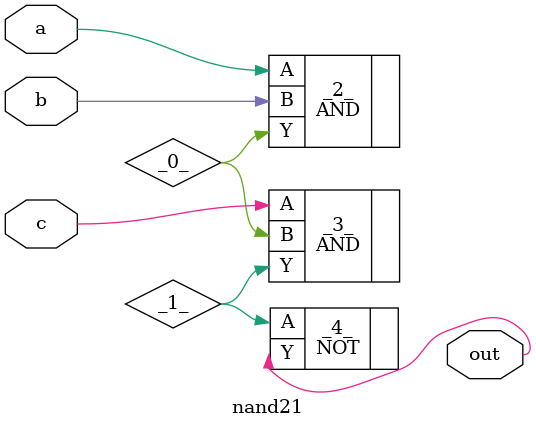
<source format=v>
/* Generated by Yosys 0.41+83 (git sha1 7045cf509, x86_64-w64-mingw32-g++ 13.2.1 -Os) */

/* cells_not_processed =  1  */
/* src = "nand21.v:3.1-12.10" */
module nand21(a, b, c, out);
  wire _0_;
  wire _1_;
  /* src = "nand21.v:4.9-4.10" */
  input a;
  wire a;
  /* src = "nand21.v:5.9-5.10" */
  input b;
  wire b;
  /* src = "nand21.v:6.9-6.10" */
  input c;
  wire c;
  /* src = "nand21.v:7.10-7.13" */
  output out;
  wire out;
  AND _2_ (
    .A(a),
    .B(b),
    .Y(_0_)
  );
  AND _3_ (
    .A(c),
    .B(_0_),
    .Y(_1_)
  );
  NOT _4_ (
    .A(_1_),
    .Y(out)
  );
endmodule

</source>
